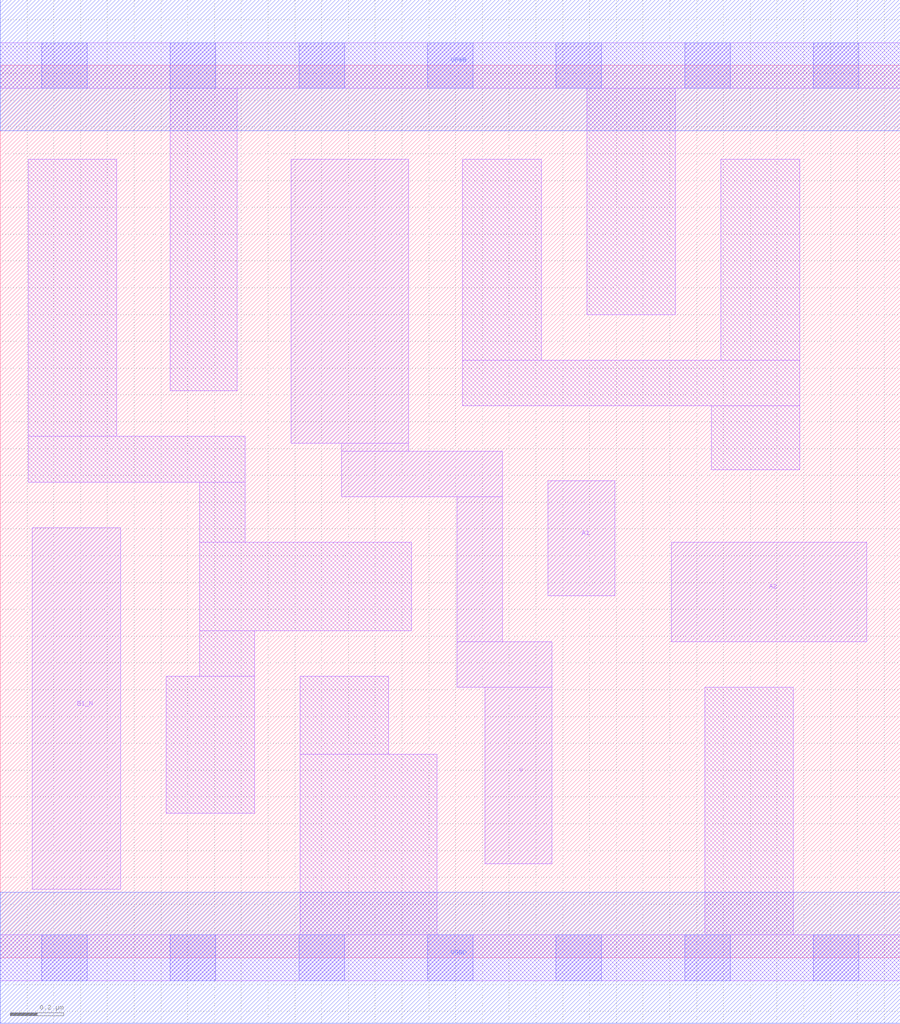
<source format=lef>
# Copyright 2020 The SkyWater PDK Authors
#
# Licensed under the Apache License, Version 2.0 (the "License");
# you may not use this file except in compliance with the License.
# You may obtain a copy of the License at
#
#     https://www.apache.org/licenses/LICENSE-2.0
#
# Unless required by applicable law or agreed to in writing, software
# distributed under the License is distributed on an "AS IS" BASIS,
# WITHOUT WARRANTIES OR CONDITIONS OF ANY KIND, either express or implied.
# See the License for the specific language governing permissions and
# limitations under the License.
#
# SPDX-License-Identifier: Apache-2.0

VERSION 5.7 ;
  NAMESCASESENSITIVE ON ;
  NOWIREEXTENSIONATPIN ON ;
  DIVIDERCHAR "/" ;
  BUSBITCHARS "[]" ;
UNITS
  DATABASE MICRONS 200 ;
END UNITS
MACRO sky130_fd_sc_ms__a21boi_1
  CLASS CORE ;
  SOURCE USER ;
  FOREIGN sky130_fd_sc_ms__a21boi_1 ;
  ORIGIN  0.000000  0.000000 ;
  SIZE  3.360000 BY  3.330000 ;
  SYMMETRY X Y ;
  SITE unit ;
  PIN A1
    ANTENNAGATEAREA  0.312600 ;
    DIRECTION INPUT ;
    USE SIGNAL ;
    PORT
      LAYER li1 ;
        RECT 2.045000 1.350000 2.295000 1.780000 ;
    END
  END A1
  PIN A2
    ANTENNAGATEAREA  0.312600 ;
    DIRECTION INPUT ;
    USE SIGNAL ;
    PORT
      LAYER li1 ;
        RECT 2.505000 1.180000 3.235000 1.550000 ;
    END
  END A2
  PIN B1_N
    ANTENNAGATEAREA  0.233700 ;
    DIRECTION INPUT ;
    USE SIGNAL ;
    PORT
      LAYER li1 ;
        RECT 0.120000 0.255000 0.450000 1.605000 ;
    END
  END B1_N
  PIN Y
    ANTENNADIFFAREA  0.498400 ;
    DIRECTION OUTPUT ;
    USE SIGNAL ;
    PORT
      LAYER li1 ;
        RECT 1.085000 1.920000 1.525000 2.980000 ;
        RECT 1.275000 1.720000 1.875000 1.890000 ;
        RECT 1.275000 1.890000 1.525000 1.920000 ;
        RECT 1.705000 1.010000 2.060000 1.180000 ;
        RECT 1.705000 1.180000 1.875000 1.720000 ;
        RECT 1.810000 0.350000 2.060000 1.010000 ;
    END
  END Y
  PIN VGND
    DIRECTION INOUT ;
    USE GROUND ;
    PORT
      LAYER met1 ;
        RECT 0.000000 -0.245000 3.360000 0.245000 ;
    END
  END VGND
  PIN VPWR
    DIRECTION INOUT ;
    USE POWER ;
    PORT
      LAYER met1 ;
        RECT 0.000000 3.085000 3.360000 3.575000 ;
    END
  END VPWR
  OBS
    LAYER li1 ;
      RECT 0.000000 -0.085000 3.360000 0.085000 ;
      RECT 0.000000  3.245000 3.360000 3.415000 ;
      RECT 0.105000  1.775000 0.915000 1.945000 ;
      RECT 0.105000  1.945000 0.435000 2.980000 ;
      RECT 0.620000  0.540000 0.950000 1.050000 ;
      RECT 0.635000  2.115000 0.885000 3.245000 ;
      RECT 0.745000  1.050000 0.950000 1.220000 ;
      RECT 0.745000  1.220000 1.535000 1.550000 ;
      RECT 0.745000  1.550000 0.915000 1.775000 ;
      RECT 1.120000  0.085000 1.630000 0.760000 ;
      RECT 1.120000  0.760000 1.450000 1.050000 ;
      RECT 1.725000  2.060000 2.985000 2.230000 ;
      RECT 1.725000  2.230000 2.020000 2.980000 ;
      RECT 2.190000  2.400000 2.520000 3.245000 ;
      RECT 2.630000  0.085000 2.960000 1.010000 ;
      RECT 2.655000  1.820000 2.985000 2.060000 ;
      RECT 2.690000  2.230000 2.985000 2.980000 ;
    LAYER mcon ;
      RECT 0.155000 -0.085000 0.325000 0.085000 ;
      RECT 0.155000  3.245000 0.325000 3.415000 ;
      RECT 0.635000 -0.085000 0.805000 0.085000 ;
      RECT 0.635000  3.245000 0.805000 3.415000 ;
      RECT 1.115000 -0.085000 1.285000 0.085000 ;
      RECT 1.115000  3.245000 1.285000 3.415000 ;
      RECT 1.595000 -0.085000 1.765000 0.085000 ;
      RECT 1.595000  3.245000 1.765000 3.415000 ;
      RECT 2.075000 -0.085000 2.245000 0.085000 ;
      RECT 2.075000  3.245000 2.245000 3.415000 ;
      RECT 2.555000 -0.085000 2.725000 0.085000 ;
      RECT 2.555000  3.245000 2.725000 3.415000 ;
      RECT 3.035000 -0.085000 3.205000 0.085000 ;
      RECT 3.035000  3.245000 3.205000 3.415000 ;
  END
END sky130_fd_sc_ms__a21boi_1

</source>
